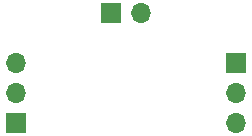
<source format=gbr>
%TF.GenerationSoftware,KiCad,Pcbnew,7.0.11*%
%TF.CreationDate,2024-08-15T23:53:52-03:00*%
%TF.ProjectId,amplifiers,616d706c-6966-4696-9572-732e6b696361,0.1*%
%TF.SameCoordinates,Original*%
%TF.FileFunction,Soldermask,Bot*%
%TF.FilePolarity,Negative*%
%FSLAX46Y46*%
G04 Gerber Fmt 4.6, Leading zero omitted, Abs format (unit mm)*
G04 Created by KiCad (PCBNEW 7.0.11) date 2024-08-15 23:53:52*
%MOMM*%
%LPD*%
G01*
G04 APERTURE LIST*
%ADD10R,1.700000X1.700000*%
%ADD11O,1.700000X1.700000*%
G04 APERTURE END LIST*
D10*
%TO.C,J3*%
X158800000Y-86500000D03*
D11*
X158800000Y-89040000D03*
X158800000Y-91580000D03*
%TD*%
D10*
%TO.C,J1*%
X140200000Y-91580000D03*
D11*
X140200000Y-89040000D03*
X140200000Y-86500000D03*
%TD*%
D10*
%TO.C,J2*%
X148230000Y-82300000D03*
D11*
X150770000Y-82300000D03*
%TD*%
M02*

</source>
